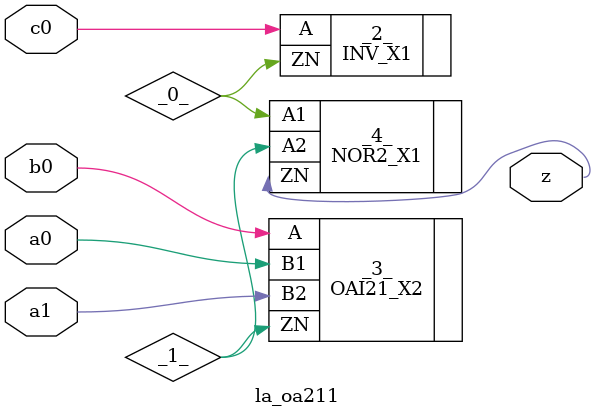
<source format=v>
/* Generated by Yosys 0.37 (git sha1 a5c7f69ed, clang 14.0.0-1ubuntu1.1 -fPIC -Os) */

module la_oa211(a0, a1, b0, c0, z);
  wire _0_;
  wire _1_;
  input a0;
  wire a0;
  input a1;
  wire a1;
  input b0;
  wire b0;
  input c0;
  wire c0;
  output z;
  wire z;
  INV_X1 _2_ (
    .A(c0),
    .ZN(_0_)
  );
  OAI21_X2 _3_ (
    .A(b0),
    .B1(a0),
    .B2(a1),
    .ZN(_1_)
  );
  NOR2_X1 _4_ (
    .A1(_0_),
    .A2(_1_),
    .ZN(z)
  );
endmodule

</source>
